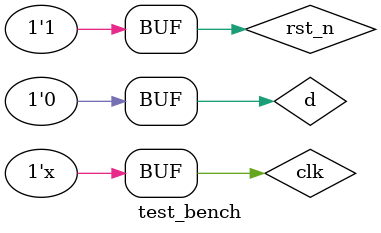
<source format=v>
`timescale 1ns / 1ps
module test_bench();
reg clk,rst_n,d;
wire q;
d_ff_r d_ff_r(.clk(clk),.rst_n(rst_n),.d(d),.q(q));
initial clk=0;
always #5 clk=~clk;
initial
begin
    rst_n=0;
    d=0;
end
initial
begin
    #27;
    rst_n=1;
end
initial
begin
    #13;
    d=1;
    #24;
    d=0;
end
endmodule

</source>
